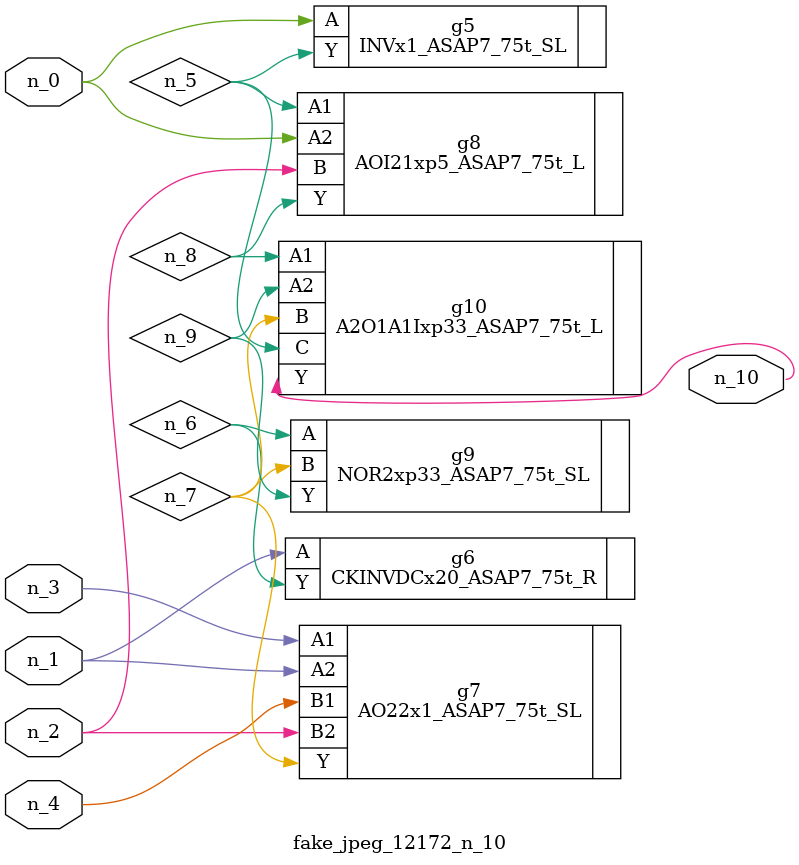
<source format=v>
module fake_jpeg_12172_n_10 (n_3, n_2, n_1, n_0, n_4, n_10);

input n_3;
input n_2;
input n_1;
input n_0;
input n_4;

output n_10;

wire n_8;
wire n_9;
wire n_6;
wire n_5;
wire n_7;

INVx1_ASAP7_75t_SL g5 ( 
.A(n_0),
.Y(n_5)
);

CKINVDCx20_ASAP7_75t_R g6 ( 
.A(n_1),
.Y(n_6)
);

AO22x1_ASAP7_75t_SL g7 ( 
.A1(n_3),
.A2(n_1),
.B1(n_4),
.B2(n_2),
.Y(n_7)
);

AOI21xp5_ASAP7_75t_L g8 ( 
.A1(n_5),
.A2(n_0),
.B(n_2),
.Y(n_8)
);

A2O1A1Ixp33_ASAP7_75t_L g10 ( 
.A1(n_8),
.A2(n_9),
.B(n_7),
.C(n_5),
.Y(n_10)
);

NOR2xp33_ASAP7_75t_SL g9 ( 
.A(n_6),
.B(n_7),
.Y(n_9)
);


endmodule
</source>
